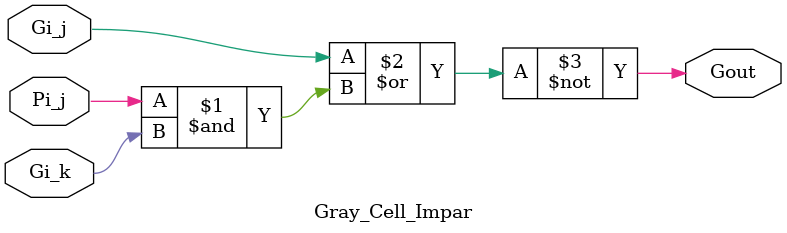
<source format=v>


module Gray_Cell_Impar ( 
	input wire Gi_j, Pi_j, Gi_k,
	output wire Gout
);

assign Gout = ~(Gi_j | (Pi_j & Gi_k));
endmodule

</source>
